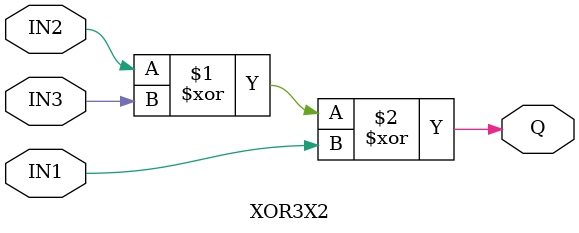
<source format=v>
`timescale 1ns/1ps
`celldefine
module XOR3X2 (IN1, IN2, IN3, Q);
input IN1;
input IN2;
input IN3;
output Q;

xor U0 (Q, IN2, IN3, IN1);

specify
specparam
tdelay_IN1_Q_01_0=0.01,
tdelay_IN1_Q_10_0=0.01,
tdelay_IN2_Q_01_0=0.01,
tdelay_IN2_Q_10_0=0.01,
tdelay_IN3_Q_01_0=0.01,
tdelay_IN3_Q_10_0=0.01;

(IN1 => Q)=(tdelay_IN1_Q_01_0, tdelay_IN1_Q_10_0);
(IN2 => Q)=(tdelay_IN2_Q_01_0, tdelay_IN2_Q_10_0);
(IN3 => Q)=(tdelay_IN3_Q_01_0, tdelay_IN3_Q_10_0);
endspecify
endmodule
`endcelldefine

</source>
